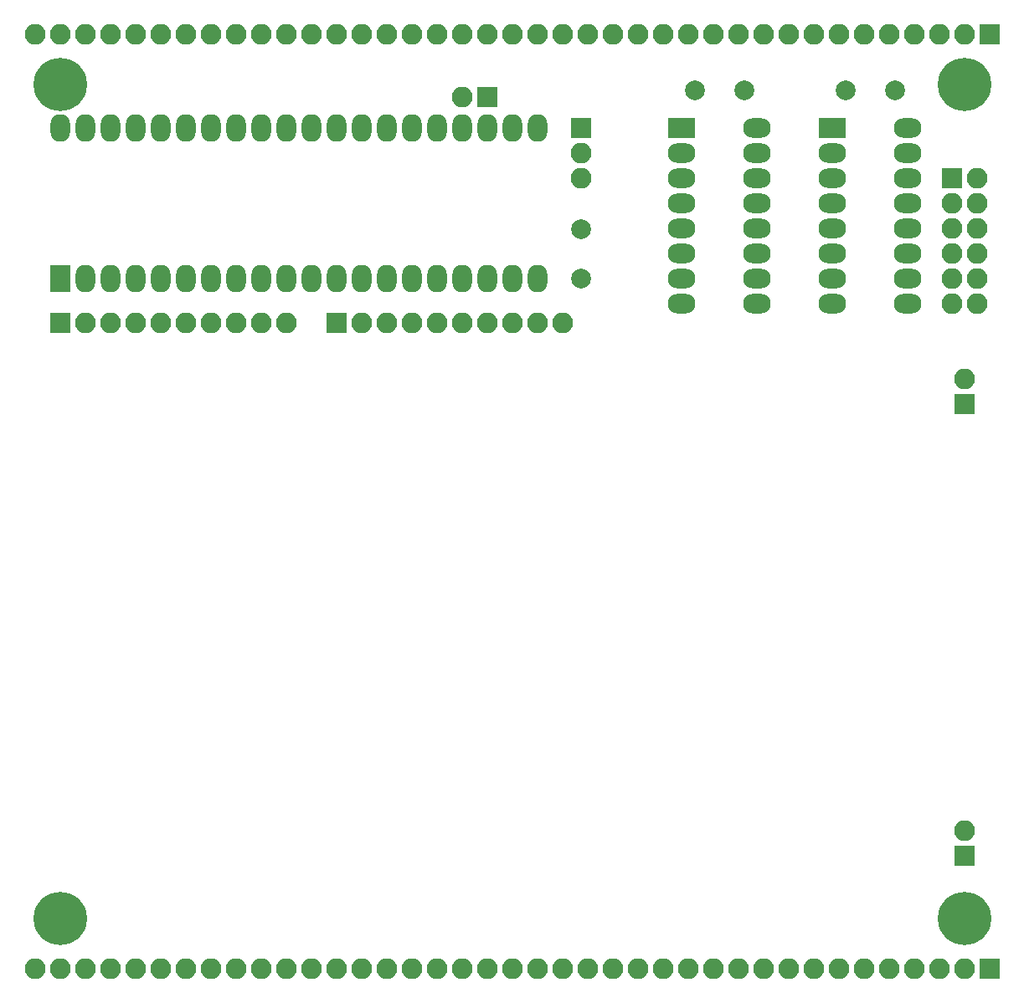
<source format=gbs>
G04 #@! TF.FileFunction,Soldermask,Bot*
%FSLAX46Y46*%
G04 Gerber Fmt 4.6, Leading zero omitted, Abs format (unit mm)*
G04 Created by KiCad (PCBNEW 4.0.7) date 12/04/19 22:34:12*
%MOMM*%
%LPD*%
G01*
G04 APERTURE LIST*
%ADD10C,0.100000*%
%ADD11R,2.100000X2.100000*%
%ADD12O,2.100000X2.100000*%
%ADD13C,5.400000*%
%ADD14C,2.000000*%
%ADD15R,2.800000X2.000000*%
%ADD16O,2.800000X2.000000*%
%ADD17R,2.000000X2.800000*%
%ADD18O,2.000000X2.800000*%
G04 APERTURE END LIST*
D10*
D11*
X198120000Y-145415000D03*
D12*
X195580000Y-145415000D03*
X193040000Y-145415000D03*
X190500000Y-145415000D03*
X187960000Y-145415000D03*
X185420000Y-145415000D03*
X182880000Y-145415000D03*
X180340000Y-145415000D03*
X177800000Y-145415000D03*
X175260000Y-145415000D03*
X172720000Y-145415000D03*
X170180000Y-145415000D03*
X167640000Y-145415000D03*
X165100000Y-145415000D03*
X162560000Y-145415000D03*
X160020000Y-145415000D03*
X157480000Y-145415000D03*
X154940000Y-145415000D03*
X152400000Y-145415000D03*
X149860000Y-145415000D03*
X147320000Y-145415000D03*
X144780000Y-145415000D03*
X142240000Y-145415000D03*
X139700000Y-145415000D03*
X137160000Y-145415000D03*
X134620000Y-145415000D03*
X132080000Y-145415000D03*
X129540000Y-145415000D03*
X127000000Y-145415000D03*
X124460000Y-145415000D03*
X121920000Y-145415000D03*
X119380000Y-145415000D03*
X116840000Y-145415000D03*
X114300000Y-145415000D03*
X111760000Y-145415000D03*
X109220000Y-145415000D03*
X106680000Y-145415000D03*
X104140000Y-145415000D03*
X101600000Y-145415000D03*
D13*
X104140000Y-140335000D03*
X195580000Y-140335000D03*
X195580000Y-55880000D03*
X104140000Y-55880000D03*
D11*
X198120000Y-50800000D03*
D12*
X195580000Y-50800000D03*
X193040000Y-50800000D03*
X190500000Y-50800000D03*
X187960000Y-50800000D03*
X185420000Y-50800000D03*
X182880000Y-50800000D03*
X180340000Y-50800000D03*
X177800000Y-50800000D03*
X175260000Y-50800000D03*
X172720000Y-50800000D03*
X170180000Y-50800000D03*
X167640000Y-50800000D03*
X165100000Y-50800000D03*
X162560000Y-50800000D03*
X160020000Y-50800000D03*
X157480000Y-50800000D03*
X154940000Y-50800000D03*
X152400000Y-50800000D03*
X149860000Y-50800000D03*
X147320000Y-50800000D03*
X144780000Y-50800000D03*
X142240000Y-50800000D03*
X139700000Y-50800000D03*
X137160000Y-50800000D03*
X134620000Y-50800000D03*
X132080000Y-50800000D03*
X129540000Y-50800000D03*
X127000000Y-50800000D03*
X124460000Y-50800000D03*
X121920000Y-50800000D03*
X119380000Y-50800000D03*
X116840000Y-50800000D03*
X114300000Y-50800000D03*
X111760000Y-50800000D03*
X109220000Y-50800000D03*
X106680000Y-50800000D03*
X104140000Y-50800000D03*
X101600000Y-50800000D03*
D14*
X156845000Y-75565000D03*
X156845000Y-70565000D03*
X173355000Y-56515000D03*
X168355000Y-56515000D03*
X188595000Y-56515000D03*
X183595000Y-56515000D03*
D11*
X194310000Y-65405000D03*
D12*
X196850000Y-65405000D03*
X194310000Y-67945000D03*
X196850000Y-67945000D03*
X194310000Y-70485000D03*
X196850000Y-70485000D03*
X194310000Y-73025000D03*
X196850000Y-73025000D03*
X194310000Y-75565000D03*
X196850000Y-75565000D03*
X194310000Y-78105000D03*
X196850000Y-78105000D03*
D11*
X104140000Y-80010000D03*
D12*
X106680000Y-80010000D03*
X109220000Y-80010000D03*
X111760000Y-80010000D03*
X114300000Y-80010000D03*
X116840000Y-80010000D03*
X119380000Y-80010000D03*
X121920000Y-80010000D03*
X124460000Y-80010000D03*
X127000000Y-80010000D03*
D11*
X132080000Y-80010000D03*
D12*
X134620000Y-80010000D03*
X137160000Y-80010000D03*
X139700000Y-80010000D03*
X142240000Y-80010000D03*
X144780000Y-80010000D03*
X147320000Y-80010000D03*
X149860000Y-80010000D03*
X152400000Y-80010000D03*
X154940000Y-80010000D03*
D11*
X195580000Y-133985000D03*
D12*
X195580000Y-131445000D03*
D11*
X195580000Y-88265000D03*
D12*
X195580000Y-85725000D03*
D11*
X147320000Y-57150000D03*
D12*
X144780000Y-57150000D03*
D11*
X156845000Y-60325000D03*
D12*
X156845000Y-62865000D03*
X156845000Y-65405000D03*
D15*
X182245000Y-60325000D03*
D16*
X189865000Y-78105000D03*
X182245000Y-62865000D03*
X189865000Y-75565000D03*
X182245000Y-65405000D03*
X189865000Y-73025000D03*
X182245000Y-67945000D03*
X189865000Y-70485000D03*
X182245000Y-70485000D03*
X189865000Y-67945000D03*
X182245000Y-73025000D03*
X189865000Y-65405000D03*
X182245000Y-75565000D03*
X189865000Y-62865000D03*
X182245000Y-78105000D03*
X189865000Y-60325000D03*
D17*
X104140000Y-75565000D03*
D18*
X152400000Y-60325000D03*
X106680000Y-75565000D03*
X149860000Y-60325000D03*
X109220000Y-75565000D03*
X147320000Y-60325000D03*
X111760000Y-75565000D03*
X144780000Y-60325000D03*
X114300000Y-75565000D03*
X142240000Y-60325000D03*
X116840000Y-75565000D03*
X139700000Y-60325000D03*
X119380000Y-75565000D03*
X137160000Y-60325000D03*
X121920000Y-75565000D03*
X134620000Y-60325000D03*
X124460000Y-75565000D03*
X132080000Y-60325000D03*
X127000000Y-75565000D03*
X129540000Y-60325000D03*
X129540000Y-75565000D03*
X127000000Y-60325000D03*
X132080000Y-75565000D03*
X124460000Y-60325000D03*
X134620000Y-75565000D03*
X121920000Y-60325000D03*
X137160000Y-75565000D03*
X119380000Y-60325000D03*
X139700000Y-75565000D03*
X116840000Y-60325000D03*
X142240000Y-75565000D03*
X114300000Y-60325000D03*
X144780000Y-75565000D03*
X111760000Y-60325000D03*
X147320000Y-75565000D03*
X109220000Y-60325000D03*
X149860000Y-75565000D03*
X106680000Y-60325000D03*
X152400000Y-75565000D03*
X104140000Y-60325000D03*
D15*
X167005000Y-60325000D03*
D16*
X174625000Y-78105000D03*
X167005000Y-62865000D03*
X174625000Y-75565000D03*
X167005000Y-65405000D03*
X174625000Y-73025000D03*
X167005000Y-67945000D03*
X174625000Y-70485000D03*
X167005000Y-70485000D03*
X174625000Y-67945000D03*
X167005000Y-73025000D03*
X174625000Y-65405000D03*
X167005000Y-75565000D03*
X174625000Y-62865000D03*
X167005000Y-78105000D03*
X174625000Y-60325000D03*
M02*

</source>
